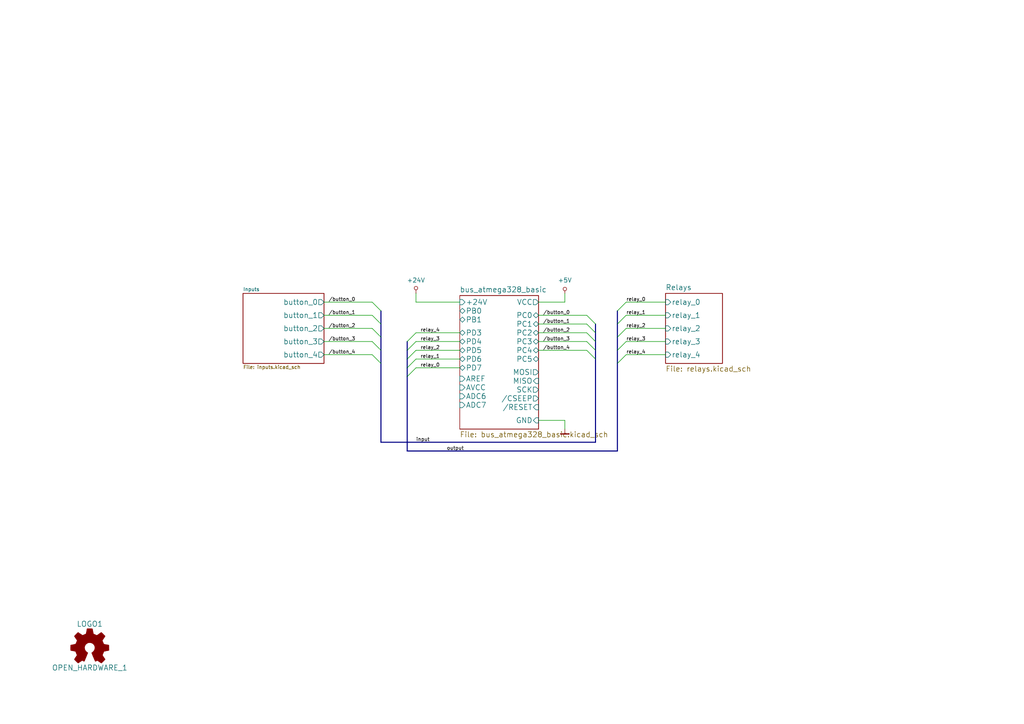
<source format=kicad_sch>
(kicad_sch (version 20211123) (generator eeschema)
  (paper "A4")
  (title_block (title "switch 3pole 5x") (date "2018-12-27") (rev "B") (company "koewiba"))
  (lib_symbols
    (symbol "logo:OPEN_HARDWARE_1" (pin_names (offset 1.016))
      (property "Reference" "LOGO" (at 0 6.985 0))
      (property "Value" "OPEN_HARDWARE_1" (at 0 -5.715 0))
      (symbol "OPEN_HARDWARE_1_0_1"
        (polyline (pts (xy 3.3528 -4.3434) (xy 3.302 -4.318) (xy 3.175 -4.2418) (xy 2.9972 -4.1148) (xy 2.7686 -3.9624) (xy 2.54 -3.81) (xy 2.3622 -3.7084) (xy 2.2352 -3.6068) (xy 2.1844 -3.5814) (xy 2.159 -3.6068) (xy 2.0574 -3.6576) (xy 1.905 -3.7338) (xy 1.8034 -3.7846) (xy 1.6764 -3.8354) (xy 1.6002 -3.8354) (xy 1.6002 -3.8354) (xy 1.5494 -3.7338) (xy 1.4732 -3.5306) (xy 1.3462 -3.302) (xy 1.2446 -3.0226) (xy 1.1176 -2.7178) (xy 0.9652 -2.413) (xy 0.8636 -2.1082) (xy 0.7366 -1.8288) (xy 0.6604 -1.6256) (xy 0.6096 -1.4732) (xy 0.5842 -1.397) (xy 0.5842 -1.397) (xy 0.6604 -1.3208) (xy 0.7874 -1.2446) (xy 1.0414 -1.016) (xy 1.2954 -0.6858) (xy 1.4478 -0.3302) (xy 1.524 0.0762) (xy 1.4732 0.4572) (xy 1.3208 0.8128) (xy 1.0668 1.143) (xy 0.762 1.3716) (xy 0.4064 1.524) (xy 0 1.5748) (xy -0.381 1.5494) (xy -0.7366 1.397) (xy -1.0668 1.143) (xy -1.2192 0.9906) (xy -1.397 0.6604) (xy -1.524 0.3048) (xy -1.524 0.2286) (xy -1.4986 -0.1778) (xy -1.397 -0.5334) (xy -1.1938 -0.8636) (xy -0.9144 -1.143) (xy -0.8636 -1.1684) (xy -0.7366 -1.27) (xy -0.635 -1.3462) (xy -0.5842 -1.397) (xy -1.0668 -2.5908) (xy -1.143 -2.794) (xy -1.2954 -3.1242) (xy -1.397 -3.4036) (xy -1.4986 -3.6322) (xy -1.5748 -3.7846) (xy -1.6002 -3.8354) (xy -1.6002 -3.8354) (xy -1.651 -3.8354) (xy -1.7272 -3.81) (xy -1.905 -3.7338) (xy -2.0066 -3.683) (xy -2.1336 -3.6068) (xy -2.2098 -3.5814) (xy -2.2606 -3.6068) (xy -2.3622 -3.683) (xy -2.54 -3.81) (xy -2.7686 -3.9624) (xy -2.9718 -4.0894) (xy -3.1496 -4.2164) (xy -3.302 -4.318) (xy -3.3528 -4.3434) (xy -3.3782 -4.3434) (xy -3.429 -4.318) (xy -3.5306 -4.2164) (xy -3.7084 -4.064) (xy -3.937 -3.8354) (xy -3.9624 -3.81) (xy -4.1656 -3.6068) (xy -4.318 -3.4544) (xy -4.4196 -3.3274) (xy -4.445 -3.2766) (xy -4.445 -3.2766) (xy -4.4196 -3.2258) (xy -4.318 -3.0734) (xy -4.2164 -2.8956) (xy -4.064 -2.667) (xy -3.6576 -2.0828) (xy -3.8862 -1.5494) (xy -3.937 -1.3716) (xy -4.0386 -1.1684) (xy -4.0894 -1.0414) (xy -4.1148 -0.9652) (xy -4.191 -0.9398) (xy -4.318 -0.9144) (xy -4.5466 -0.8636) (xy -4.8006 -0.8128) (xy -5.0546 -0.7874) (xy -5.2578 -0.7366) (xy -5.4356 -0.7112) (xy -5.5118 -0.6858) (xy -5.5118 -0.6858) (xy -5.5372 -0.635) (xy -5.5372 -0.5588) (xy -5.5372 -0.4318) (xy -5.5626 -0.2286) (xy -5.5626 0.0762) (xy -5.5626 0.127) (xy -5.5372 0.4064) (xy -5.5372 0.635) (xy -5.5372 0.762) (xy -5.5372 0.8382) (xy -5.5372 0.8382) (xy -5.461 0.8382) (xy -5.3086 0.889) (xy -5.08 0.9144) (xy -4.826 0.9652) (xy -4.8006 0.9906) (xy -4.5466 1.0414) (xy -4.318 1.0668) (xy -4.1656 1.1176) (xy -4.0894 1.143) (xy -4.0894 1.143) (xy -4.0386 1.2446) (xy -3.9624 1.4224) (xy -3.8608 1.6256) (xy -3.7846 1.8288) (xy -3.7084 2.0066) (xy -3.6576 2.159) (xy -3.6322 2.2098) (xy -3.6322 2.2098) (xy -3.683 2.286) (xy -3.7592 2.413) (xy -3.8862 2.5908) (xy -4.064 2.8194) (xy -4.064 2.8448) (xy -4.2164 3.0734) (xy -4.3434 3.2512) (xy -4.4196 3.3782) (xy -4.445 3.4544) (xy -4.445 3.4544) (xy -4.3942 3.5052) (xy -4.2926 3.6322) (xy -4.1148 3.81) (xy -3.937 4.0132) (xy -3.8608 4.064) (xy -3.6576 4.2926) (xy -3.5052 4.4196) (xy -3.4036 4.4958) (xy -3.3528 4.5212) (xy -3.3528 4.5212) (xy -3.302 4.4704) (xy -3.1496 4.3688) (xy -2.9718 4.2418) (xy -2.7432 4.0894) (xy -2.7178 4.0894) (xy -2.4892 3.937) (xy -2.3114 3.81) (xy -2.1844 3.7084) (xy -2.1336 3.683) (xy -2.1082 3.683) (xy -2.032 3.7084) (xy -1.8542 3.7592) (xy -1.6764 3.8354) (xy -1.4732 3.937) (xy -1.27 4.0132) (xy -1.143 4.064) (xy -1.0668 4.1148) (xy -1.0668 4.1148) (xy -1.0414 4.191) (xy -1.016 4.3434) (xy -0.9652 4.572) (xy -0.9144 4.8514) (xy -0.889 4.9022) (xy -0.8382 5.1562) (xy -0.8128 5.3848) (xy -0.7874 5.5372) (xy -0.762 5.588) (xy -0.7112 5.6134) (xy -0.5842 5.6134) (xy -0.4064 5.6134) (xy -0.1524 5.6134) (xy 0.0762 5.6134) (xy 0.3302 5.6134) (xy 0.5334 5.6134) (xy 0.6858 5.588) (xy 0.7366 5.588) (xy 0.7366 5.588) (xy 0.762 5.5118) (xy 0.8128 5.334) (xy 0.8382 5.1054) (xy 0.9144 4.826) (xy 0.9144 4.7752) (xy 0.9652 4.5212) (xy 1.016 4.2926) (xy 1.0414 4.1402) (xy 1.0668 4.0894) (xy 1.0668 4.0894) (xy 1.1938 4.0386) (xy 1.3716 3.9624) (xy 1.5748 3.8608) (xy 2.0828 3.6576) (xy 2.7178 4.0894) (xy 2.7686 4.1402) (xy 2.9972 4.2926) (xy 3.175 4.4196) (xy 3.302 4.4958) (xy 3.3782 4.5212) (xy 3.3782 4.5212) (xy 3.429 4.4704) (xy 3.556 4.3434) (xy 3.7338 4.191) (xy 3.9116 3.9878) (xy 4.064 3.8354) (xy 4.2418 3.6576) (xy 4.3434 3.556) (xy 4.4196 3.4798) (xy 4.4196 3.429) (xy 4.4196 3.4036) (xy 4.3942 3.3274) (xy 4.2926 3.2004) (xy 4.1656 2.9972) (xy 4.0132 2.794) (xy 3.8862 2.5908) (xy 3.7592 2.3876) (xy 3.6576 2.2352) (xy 3.6322 2.159) (xy 3.6322 2.1336) (xy 3.683 2.0066) (xy 3.7592 1.8288) (xy 3.8608 1.6002) (xy 4.064 1.1176) (xy 4.3942 1.0414) (xy 4.5974 1.016) (xy 4.8768 0.9652) (xy 5.1308 0.9144) (xy 5.5372 0.8382) (xy 5.5626 -0.6604) (xy 5.4864 -0.6858) (xy 5.4356 -0.6858) (xy 5.2832 -0.7366) (xy 5.0546 -0.762) (xy 4.8006 -0.8128) (xy 4.5974 -0.8636) (xy 4.3688 -0.9144) (xy 4.2164 -0.9398) (xy 4.1402 -0.9398) (xy 4.1148 -0.9652) (xy 4.064 -1.0668) (xy 3.9878 -1.2446) (xy 3.9116 -1.4478) (xy 3.81 -1.651) (xy 3.7338 -1.8542) (xy 3.683 -2.0066) (xy 3.6576 -2.0828) (xy 3.683 -2.1336) (xy 3.7846 -2.2606) (xy 3.8862 -2.4638) (xy 4.0386 -2.667) (xy 4.191 -2.8956) (xy 4.318 -3.0734) (xy 4.3942 -3.2004) (xy 4.445 -3.2766) (xy 4.4196 -3.3274) (xy 4.3434 -3.429) (xy 4.1656 -3.5814) (xy 3.937 -3.8354) (xy 3.8862 -3.8608) (xy 3.683 -4.064) (xy 3.5306 -4.2164) (xy 3.4036 -4.318) (xy 3.3528 -4.3434)) (fill (type outline)))
      )
    )
    (symbol "power:+24V" (power) (pin_numbers hide) (pin_names (offset 0))
      (property "Value" "+24V" (at 0 2.794 0))
      (symbol "+24V_0_0"
        (pin power_in line (at 0 0 90) (length 0) hide (name "+24V") (number "1"))
      )
      (symbol "+24V_0_1"
        (polyline (pts (xy 0 0) (xy 0 1.016) (xy 0 1.016)))
        (circle (center 0 1.524) (radius 0.508))
      )
    )
    (symbol "power:+5V" (power) (pin_names (offset 1.016))
      (property "Value" "+5V" (at 0 2.794 0))
      (symbol "+5V_0_0"
        (pin power_in line (at 0 0 90) (length 0) hide (name "+5V") (number "1"))
      )
      (symbol "+5V_0_1"
        (polyline (pts (xy 0 0) (xy 0 0.762) (xy 0 0.762) (xy 0 0.762)))
        (circle (center 0 1.27) (radius 0.508))
      )
    )
    (symbol "power:GND" (power) (pin_names (offset 0.254))
      (symbol "GND_0_1"
        (polyline (pts (xy 0 0) (xy 0 -1.27) (xy 0 -1.27)))
        (polyline (pts (xy 1.27 -1.397) (xy -1.27 -1.397) (xy -1.27 -1.397)))
        (polyline (pts (xy 1.27 -1.27) (xy -1.27 -1.27) (xy -1.27 -1.27)))
        (polyline (pts (xy 1.27 -1.27) (xy 1.27 -1.524) (xy -1.27 -1.524) (xy -1.27 -1.27) (xy -1.27 -1.27)))
      )
      (symbol "GND_1_1"
        (pin power_in line (at 0 0 90) (length 0) hide (name "GND") (number "1"))
      )
    )
  )
  (bus_entry (at 179.07 90.17) (size 2.54 -2.54))
  (bus_entry (at 170.18 96.52) (size 2.54 2.54))
  (bus_entry (at 107.95 102.87) (size 2.54 2.54))
  (bus_entry (at 170.18 93.98) (size 2.54 2.54))
  (bus_entry (at 179.07 93.98) (size 2.54 -2.54))
  (bus_entry (at 179.07 97.79) (size 2.54 -2.54))
  (bus_entry (at 118.11 109.22) (size 2.54 -2.54))
  (bus_entry (at 107.95 87.63) (size 2.54 2.54))
  (bus_entry (at 118.11 106.68) (size 2.54 -2.54))
  (bus_entry (at 107.95 95.25) (size 2.54 2.54))
  (bus_entry (at 118.11 101.6) (size 2.54 -2.54))
  (bus_entry (at 107.95 91.44) (size 2.54 2.54))
  (bus_entry (at 179.07 101.6) (size 2.54 -2.54))
  (bus_entry (at 179.07 105.41) (size 2.54 -2.54))
  (bus_entry (at 170.18 101.6) (size 2.54 2.54))
  (bus_entry (at 170.18 91.44) (size 2.54 2.54))
  (bus_entry (at 118.11 99.06) (size 2.54 -2.54))
  (bus_entry (at 170.18 99.06) (size 2.54 2.54))
  (bus_entry (at 118.11 104.14) (size 2.54 -2.54))
  (bus_entry (at 107.95 99.06) (size 2.54 2.54))
  (wire (pts (xy 120.65 96.52) (xy 133.35 96.52)))
  (wire (pts (xy 93.98 95.25) (xy 107.95 95.25)))
  (bus (pts (xy 110.49 101.6) (xy 110.49 105.41)))
  (wire (pts (xy 156.21 91.44) (xy 170.18 91.44)))
  (wire (pts (xy 93.98 87.63) (xy 107.95 87.63)))
  (bus (pts (xy 110.49 97.79) (xy 110.49 101.6)))
  (wire (pts (xy 163.83 121.92) (xy 163.83 124.46)))
  (bus (pts (xy 110.49 105.41) (xy 110.49 128.27)))
  (wire (pts (xy 193.04 87.63) (xy 181.61 87.63)))
  (bus (pts (xy 118.11 130.81) (xy 179.07 130.81)))
  (bus (pts (xy 118.11 106.68) (xy 118.11 109.22)))
  (bus (pts (xy 172.72 101.6) (xy 172.72 104.14)))
  (wire (pts (xy 181.61 95.25) (xy 193.04 95.25)))
  (wire (pts (xy 181.61 99.06) (xy 193.04 99.06)))
  (wire (pts (xy 120.65 104.14) (xy 133.35 104.14)))
  (wire (pts (xy 133.35 106.68) (xy 120.65 106.68)))
  (wire (pts (xy 93.98 91.44) (xy 107.95 91.44)))
  (wire (pts (xy 181.61 102.87) (xy 193.04 102.87)))
  (bus (pts (xy 110.49 90.17) (xy 110.49 93.98)))
  (bus (pts (xy 179.07 93.98) (xy 179.07 97.79)))
  (wire (pts (xy 156.21 101.6) (xy 170.18 101.6)))
  (wire (pts (xy 120.65 99.06) (xy 133.35 99.06)))
  (bus (pts (xy 110.49 93.98) (xy 110.49 97.79)))
  (wire (pts (xy 93.98 99.06) (xy 107.95 99.06)))
  (bus (pts (xy 110.49 128.27) (xy 172.72 128.27)))
  (wire (pts (xy 156.21 99.06) (xy 170.18 99.06)))
  (wire (pts (xy 133.35 87.63) (xy 120.65 87.63)))
  (bus (pts (xy 172.72 104.14) (xy 172.72 128.27)))
  (bus (pts (xy 179.07 105.41) (xy 179.07 130.81)))
  (bus (pts (xy 179.07 97.79) (xy 179.07 101.6)))
  (wire (pts (xy 156.21 93.98) (xy 170.18 93.98)))
  (wire (pts (xy 120.65 101.6) (xy 133.35 101.6)))
  (wire (pts (xy 156.21 121.92) (xy 163.83 121.92)))
  (wire (pts (xy 170.18 96.52) (xy 156.21 96.52)))
  (wire (pts (xy 120.65 87.63) (xy 120.65 85.09)))
  (wire (pts (xy 163.83 87.63) (xy 163.83 85.09)))
  (bus (pts (xy 172.72 93.98) (xy 172.72 96.52)))
  (bus (pts (xy 172.72 96.52) (xy 172.72 99.06)))
  (bus (pts (xy 179.07 101.6) (xy 179.07 105.41)))
  (bus (pts (xy 118.11 104.14) (xy 118.11 106.68)))
  (bus (pts (xy 118.11 99.06) (xy 118.11 101.6)))
  (wire (pts (xy 181.61 91.44) (xy 193.04 91.44)))
  (wire (pts (xy 156.21 87.63) (xy 163.83 87.63)))
  (bus (pts (xy 179.07 90.17) (xy 179.07 93.98)))
  (bus (pts (xy 118.11 101.6) (xy 118.11 104.14)))
  (wire (pts (xy 93.98 102.87) (xy 107.95 102.87)))
  (bus (pts (xy 172.72 99.06) (xy 172.72 101.6)))
  (bus (pts (xy 118.11 109.22) (xy 118.11 130.81)))
  (label "relay_4" (at 181.61 102.87 0) (effects (font (size 1.016 1.016))))
  (label "/button_0" (at 95.25 87.63 0) (effects (font (size 1.016 1.016))))
  (label "relay_0" (at 181.61 87.63 0) (effects (font (size 1.016 1.016))))
  (label "/button_2" (at 157.48 96.52 0) (effects (font (size 1.016 1.016))))
  (label "/button_4" (at 95.25 102.87 0) (effects (font (size 1.016 1.016))))
  (label "/button_0" (at 157.48 91.44 0) (effects (font (size 1.016 1.016))))
  (label "output" (at 129.54 130.81 0) (effects (font (size 1.016 1.016))))
  (label "/button_4" (at 157.48 101.6 0) (effects (font (size 1.016 1.016))))
  (label "relay_4" (at 121.92 96.52 0) (effects (font (size 1.016 1.016))))
  (label "input" (at 120.65 128.27 0) (effects (font (size 1.016 1.016))))
  (label "relay_3" (at 181.61 99.06 0) (effects (font (size 1.016 1.016))))
  (label "relay_2" (at 181.61 95.25 0) (effects (font (size 1.016 1.016))))
  (label "relay_3" (at 121.92 99.06 0) (effects (font (size 1.016 1.016))))
  (label "relay_2" (at 121.92 101.6 0) (effects (font (size 1.016 1.016))))
  (label "/button_3" (at 157.48 99.06 0) (effects (font (size 1.016 1.016))))
  (label "relay_0" (at 121.92 106.68 0) (effects (font (size 1.016 1.016))))
  (label "relay_1" (at 121.92 104.14 0) (effects (font (size 1.016 1.016))))
  (label "/button_1" (at 95.25 91.44 0) (effects (font (size 1.016 1.016))))
  (label "/button_2" (at 95.25 95.25 0) (effects (font (size 1.016 1.016))))
  (label "/button_3" (at 95.25 99.06 0) (effects (font (size 1.016 1.016))))
  (label "relay_1" (at 181.61 91.44 0) (effects (font (size 1.016 1.016))))
  (label "/button_1" (at 157.48 93.98 0) (effects (font (size 1.016 1.016))))
  (symbol (lib_id "power:+5V") (at 163.83 85.09 0) (mirror y) (unit 1)
    (property "Reference" "#PWR01" (effects hide))
    (property "Value" "+5V" (at 163.83 81.28 0))
  )
  (symbol (lib_id "power:+24V") (at 120.65 85.09 0) (mirror y) (unit 1)
    (property "Reference" "#PWR02" (effects hide))
    (property "Value" "+24V" (at 120.65 81.28 0))
  )
  (symbol (lib_id "logo:OPEN_HARDWARE_1") (at 26.035 187.96 0) (unit 1)
    (property "Reference" "LOGO1" (at 26.035 180.975 0) (effects (font (size 1.524 1.524))))
    (property "Value" "OPEN_HARDWARE_1" (at 26.035 193.675 0) (effects (font (size 1.524 1.524))))
    (property "Footprint" "Symbol:Symbol_OSHW-Logo_Copper" (effects hide))
  )
  (symbol (lib_id "power:GND") (at 163.83 124.46 0) (mirror y) (unit 1)
    (property "Reference" "#PWR03" (effects hide))
    (property "Value" "GND" (effects hide))
  )
  (sheet (at 133.35 85.725) (size 22.86 38.735)
    (property "Sheet name" "bus_atmega328_basic" (at 133.35 84.8864 0) (effects (font (size 1.524 1.524)) (justify left bottom)))
    (property "Sheet file" "bus_atmega328_basic.kicad_sch" (at 133.35 125.1462 0) (effects (font (size 1.524 1.524)) (justify left top)))
    (pin "AREF" input (at 133.35 109.855 180) (effects (font (size 1.524 1.524))))
    (pin "AVCC" input (at 133.35 112.395 180) (effects (font (size 1.524 1.524))))
    (pin "+24V" input (at 133.35 87.63 180) (effects (font (size 1.524 1.524))))
    (pin "PC1" bidirectional (at 156.21 93.98 0) (effects (font (size 1.524 1.524))))
    (pin "PC3" bidirectional (at 156.21 99.06 0) (effects (font (size 1.524 1.524))))
    (pin "PC2" bidirectional (at 156.21 96.52 0) (effects (font (size 1.524 1.524))))
    (pin "PC0" bidirectional (at 156.21 91.44 0) (effects (font (size 1.524 1.524))))
    (pin "GND" input (at 156.21 121.92 0) (effects (font (size 1.524 1.524))))
    (pin "VCC" output (at 156.21 87.63 0) (effects (font (size 1.524 1.524))))
    (pin "PC5" bidirectional (at 156.21 104.14 0) (effects (font (size 1.524 1.524))))
    (pin "PC4" bidirectional (at 156.21 101.6 0) (effects (font (size 1.524 1.524))))
    (pin "/RESET" input (at 156.21 118.11 0) (effects (font (size 1.524 1.524))))
    (pin "PD4" bidirectional (at 133.35 99.06 180) (effects (font (size 1.524 1.524))))
    (pin "PD3" bidirectional (at 133.35 96.52 180) (effects (font (size 1.524 1.524))))
    (pin "PD5" bidirectional (at 133.35 101.6 180) (effects (font (size 1.524 1.524))))
    (pin "PD7" bidirectional (at 133.35 106.68 180) (effects (font (size 1.524 1.524))))
    (pin "PD6" bidirectional (at 133.35 104.14 180) (effects (font (size 1.524 1.524))))
    (pin "ADC6" input (at 133.35 114.935 180) (effects (font (size 1.524 1.524))))
    (pin "ADC7" input (at 133.35 117.475 180) (effects (font (size 1.524 1.524))))
    (pin "PB0" bidirectional (at 133.35 90.17 180) (effects (font (size 1.524 1.524))))
    (pin "PB1" bidirectional (at 133.35 92.71 180) (effects (font (size 1.524 1.524))))
    (pin "/CSEEP" output (at 156.21 115.57 0) (effects (font (size 1.524 1.524))))
    (pin "MOSI" output (at 156.21 107.95 0) (effects (font (size 1.524 1.524))))
    (pin "MISO" input (at 156.21 110.49 0) (effects (font (size 1.524 1.524))))
    (pin "SCK" output (at 156.21 113.03 0) (effects (font (size 1.524 1.524))))
  )
  (sheet (at 193.04 85.09) (size 16.51 20.32)
    (property "Sheet name" "Relays" (at 193.04 84.2514 0) (effects (font (size 1.524 1.524)) (justify left bottom)))
    (property "Sheet file" "relays.kicad_sch" (at 193.04 106.0962 0) (effects (font (size 1.524 1.524)) (justify left top)))
    (pin "relay_0" input (at 193.04 87.63 180) (effects (font (size 1.524 1.524))))
    (pin "relay_1" input (at 193.04 91.44 180) (effects (font (size 1.524 1.524))))
    (pin "relay_2" input (at 193.04 95.25 180) (effects (font (size 1.524 1.524))))
    (pin "relay_3" input (at 193.04 99.06 180) (effects (font (size 1.524 1.524))))
    (pin "relay_4" input (at 193.04 102.87 180) (effects (font (size 1.524 1.524))))
  )
  (sheet (at 70.485 85.09) (size 23.495 20.32)
    (property "Sheet name" "Inputs" (at 70.485 84.5054 0) (effects (font (size 1.016 1.016)) (justify left bottom)))
    (property "Sheet file" "inputs.kicad_sch" (at 70.485 105.893 0) (effects (font (size 1.016 1.016)) (justify left top)))
    (pin "button_0" output (at 93.98 87.63 0) (effects (font (size 1.524 1.524))))
    (pin "button_1" output (at 93.98 91.44 0) (effects (font (size 1.524 1.524))))
    (pin "button_2" output (at 93.98 95.25 0) (effects (font (size 1.524 1.524))))
    (pin "button_3" output (at 93.98 99.06 0) (effects (font (size 1.524 1.524))))
    (pin "button_4" output (at 93.98 102.87 0) (effects (font (size 1.524 1.524))))
  )
)
</source>
